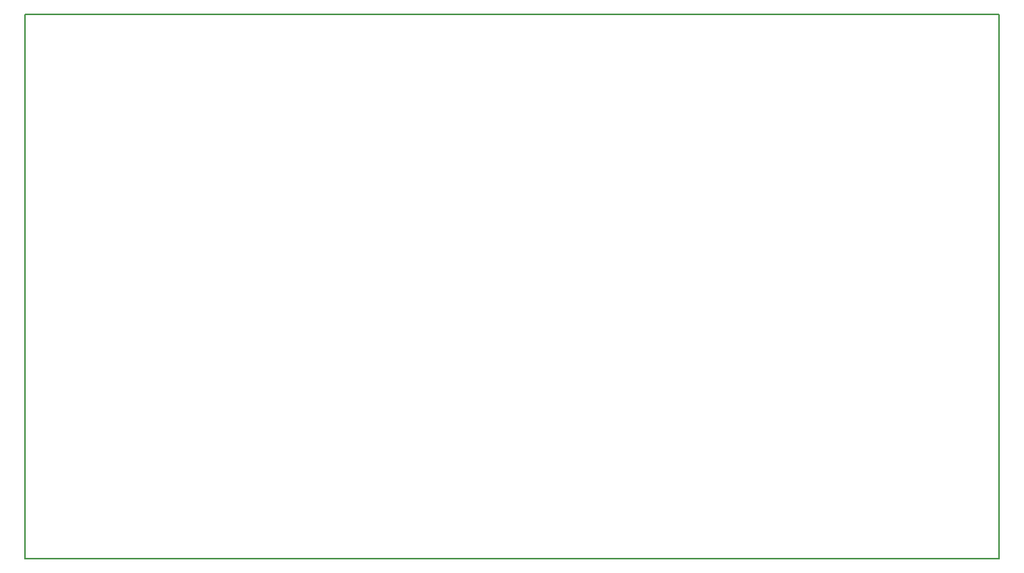
<source format=gm1>
G75*
G70*
%OFA0B0*%
%FSLAX24Y24*%
%IPPOS*%
%LPD*%
%AMOC8*
5,1,8,0,0,1.08239X$1,22.5*
%
%ADD10C,0.0050*%
D10*
X000141Y000125D02*
X000141Y024141D01*
X043054Y024141D01*
X043054Y000125D01*
X000141Y000125D01*
M02*

</source>
